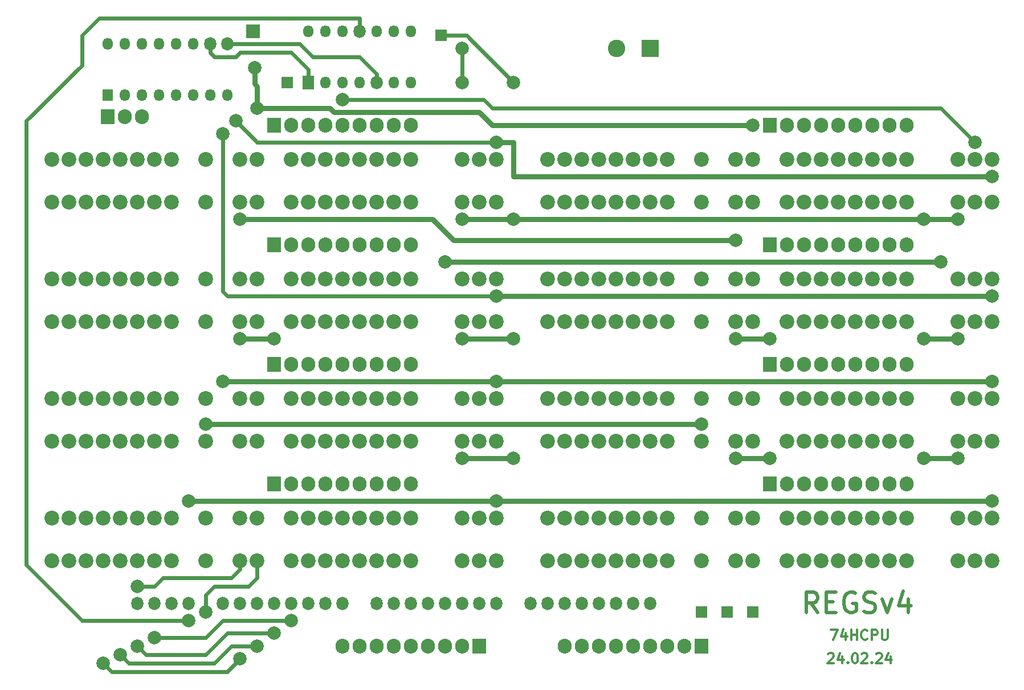
<source format=gbr>
%TF.GenerationSoftware,KiCad,Pcbnew,(5.1.8)-1*%
%TF.CreationDate,2024-02-24T18:38:04+03:00*%
%TF.ProjectId,Regs-v4,52656773-2d76-4342-9e6b-696361645f70,rev?*%
%TF.SameCoordinates,Original*%
%TF.FileFunction,Copper,L1,Top*%
%TF.FilePolarity,Positive*%
%FSLAX46Y46*%
G04 Gerber Fmt 4.6, Leading zero omitted, Abs format (unit mm)*
G04 Created by KiCad (PCBNEW (5.1.8)-1) date 2024-02-24 18:38:04*
%MOMM*%
%LPD*%
G01*
G04 APERTURE LIST*
%TA.AperFunction,NonConductor*%
%ADD10C,0.300000*%
%TD*%
%TA.AperFunction,NonConductor*%
%ADD11C,0.500000*%
%TD*%
%TA.AperFunction,ComponentPad*%
%ADD12C,2.200000*%
%TD*%
%TA.AperFunction,ComponentPad*%
%ADD13R,1.700000X1.700000*%
%TD*%
%TA.AperFunction,ComponentPad*%
%ADD14O,2.100000X2.200000*%
%TD*%
%TA.AperFunction,ComponentPad*%
%ADD15R,2.100000X2.200000*%
%TD*%
%TA.AperFunction,ComponentPad*%
%ADD16O,1.800000X2.000000*%
%TD*%
%TA.AperFunction,ComponentPad*%
%ADD17C,2.600000*%
%TD*%
%TA.AperFunction,ComponentPad*%
%ADD18R,2.600000X2.600000*%
%TD*%
%TA.AperFunction,ComponentPad*%
%ADD19O,1.500000X1.800000*%
%TD*%
%TA.AperFunction,ComponentPad*%
%ADD20R,1.800000X2.000000*%
%TD*%
%TA.AperFunction,ComponentPad*%
%ADD21R,1.500000X1.800000*%
%TD*%
%TA.AperFunction,ComponentPad*%
%ADD22R,2.000000X2.000000*%
%TD*%
%TA.AperFunction,ViaPad*%
%ADD23C,2.000000*%
%TD*%
%TA.AperFunction,Conductor*%
%ADD24C,0.600000*%
%TD*%
%TA.AperFunction,Conductor*%
%ADD25C,0.800000*%
%TD*%
G04 APERTURE END LIST*
D10*
X135620714Y-110446428D02*
X135692142Y-110375000D01*
X135835000Y-110303571D01*
X136192142Y-110303571D01*
X136335000Y-110375000D01*
X136406428Y-110446428D01*
X136477857Y-110589285D01*
X136477857Y-110732142D01*
X136406428Y-110946428D01*
X135549285Y-111803571D01*
X136477857Y-111803571D01*
X137763571Y-110803571D02*
X137763571Y-111803571D01*
X137406428Y-110232142D02*
X137049285Y-111303571D01*
X137977857Y-111303571D01*
X138549285Y-111660714D02*
X138620714Y-111732142D01*
X138549285Y-111803571D01*
X138477857Y-111732142D01*
X138549285Y-111660714D01*
X138549285Y-111803571D01*
X139549285Y-110303571D02*
X139692142Y-110303571D01*
X139835000Y-110375000D01*
X139906428Y-110446428D01*
X139977857Y-110589285D01*
X140049285Y-110875000D01*
X140049285Y-111232142D01*
X139977857Y-111517857D01*
X139906428Y-111660714D01*
X139835000Y-111732142D01*
X139692142Y-111803571D01*
X139549285Y-111803571D01*
X139406428Y-111732142D01*
X139335000Y-111660714D01*
X139263571Y-111517857D01*
X139192142Y-111232142D01*
X139192142Y-110875000D01*
X139263571Y-110589285D01*
X139335000Y-110446428D01*
X139406428Y-110375000D01*
X139549285Y-110303571D01*
X140620714Y-110446428D02*
X140692142Y-110375000D01*
X140835000Y-110303571D01*
X141192142Y-110303571D01*
X141335000Y-110375000D01*
X141406428Y-110446428D01*
X141477857Y-110589285D01*
X141477857Y-110732142D01*
X141406428Y-110946428D01*
X140549285Y-111803571D01*
X141477857Y-111803571D01*
X142120714Y-111660714D02*
X142192142Y-111732142D01*
X142120714Y-111803571D01*
X142049285Y-111732142D01*
X142120714Y-111660714D01*
X142120714Y-111803571D01*
X142763571Y-110446428D02*
X142835000Y-110375000D01*
X142977857Y-110303571D01*
X143335000Y-110303571D01*
X143477857Y-110375000D01*
X143549285Y-110446428D01*
X143620714Y-110589285D01*
X143620714Y-110732142D01*
X143549285Y-110946428D01*
X142692142Y-111803571D01*
X143620714Y-111803571D01*
X144906428Y-110803571D02*
X144906428Y-111803571D01*
X144549285Y-110232142D02*
X144192142Y-111303571D01*
X145120714Y-111303571D01*
D11*
X134088928Y-104227142D02*
X133088928Y-102798571D01*
X132374642Y-104227142D02*
X132374642Y-101227142D01*
X133517500Y-101227142D01*
X133803214Y-101370000D01*
X133946071Y-101512857D01*
X134088928Y-101798571D01*
X134088928Y-102227142D01*
X133946071Y-102512857D01*
X133803214Y-102655714D01*
X133517500Y-102798571D01*
X132374642Y-102798571D01*
X135374642Y-102655714D02*
X136374642Y-102655714D01*
X136803214Y-104227142D02*
X135374642Y-104227142D01*
X135374642Y-101227142D01*
X136803214Y-101227142D01*
X139660357Y-101370000D02*
X139374642Y-101227142D01*
X138946071Y-101227142D01*
X138517500Y-101370000D01*
X138231785Y-101655714D01*
X138088928Y-101941428D01*
X137946071Y-102512857D01*
X137946071Y-102941428D01*
X138088928Y-103512857D01*
X138231785Y-103798571D01*
X138517500Y-104084285D01*
X138946071Y-104227142D01*
X139231785Y-104227142D01*
X139660357Y-104084285D01*
X139803214Y-103941428D01*
X139803214Y-102941428D01*
X139231785Y-102941428D01*
X140946071Y-104084285D02*
X141374642Y-104227142D01*
X142088928Y-104227142D01*
X142374642Y-104084285D01*
X142517500Y-103941428D01*
X142660357Y-103655714D01*
X142660357Y-103370000D01*
X142517500Y-103084285D01*
X142374642Y-102941428D01*
X142088928Y-102798571D01*
X141517500Y-102655714D01*
X141231785Y-102512857D01*
X141088928Y-102370000D01*
X140946071Y-102084285D01*
X140946071Y-101798571D01*
X141088928Y-101512857D01*
X141231785Y-101370000D01*
X141517500Y-101227142D01*
X142231785Y-101227142D01*
X142660357Y-101370000D01*
X143660357Y-102227142D02*
X144374642Y-104227142D01*
X145088928Y-102227142D01*
X147517500Y-102227142D02*
X147517500Y-104227142D01*
X146803214Y-101084285D02*
X146088928Y-103227142D01*
X147946071Y-103227142D01*
D10*
X136049285Y-106811071D02*
X137049285Y-106811071D01*
X136406428Y-108311071D01*
X138263571Y-107311071D02*
X138263571Y-108311071D01*
X137906428Y-106739642D02*
X137549285Y-107811071D01*
X138477857Y-107811071D01*
X139049285Y-108311071D02*
X139049285Y-106811071D01*
X139049285Y-107525357D02*
X139906428Y-107525357D01*
X139906428Y-108311071D02*
X139906428Y-106811071D01*
X141477857Y-108168214D02*
X141406428Y-108239642D01*
X141192142Y-108311071D01*
X141049285Y-108311071D01*
X140835000Y-108239642D01*
X140692142Y-108096785D01*
X140620714Y-107953928D01*
X140549285Y-107668214D01*
X140549285Y-107453928D01*
X140620714Y-107168214D01*
X140692142Y-107025357D01*
X140835000Y-106882500D01*
X141049285Y-106811071D01*
X141192142Y-106811071D01*
X141406428Y-106882500D01*
X141477857Y-106953928D01*
X142120714Y-108311071D02*
X142120714Y-106811071D01*
X142692142Y-106811071D01*
X142835000Y-106882500D01*
X142906428Y-106953928D01*
X142977857Y-107096785D01*
X142977857Y-107311071D01*
X142906428Y-107453928D01*
X142835000Y-107525357D01*
X142692142Y-107596785D01*
X142120714Y-107596785D01*
X143620714Y-106811071D02*
X143620714Y-108025357D01*
X143692142Y-108168214D01*
X143763571Y-108239642D01*
X143906428Y-108311071D01*
X144192142Y-108311071D01*
X144335000Y-108239642D01*
X144406428Y-108168214D01*
X144477857Y-108025357D01*
X144477857Y-106811071D01*
D12*
%TO.P,U19,22*%
%TO.N,/~R3*%
X86360000Y-36830000D03*
%TO.P,U19,21*%
%TO.N,/~H*%
X83820000Y-36830000D03*
%TO.P,U19,20*%
%TO.N,/~Bank1*%
X81280000Y-36830000D03*
%TO.P,U19,19*%
%TO.N,/R7.7*%
X73660000Y-36830000D03*
%TO.P,U19,18*%
%TO.N,/R7.6*%
X71120000Y-36830000D03*
%TO.P,U19,17*%
%TO.N,/R7.5*%
X68580000Y-36830000D03*
%TO.P,U19,16*%
%TO.N,/R7.4*%
X66040000Y-36830000D03*
%TO.P,U19,15*%
%TO.N,/R7.3*%
X63500000Y-36830000D03*
%TO.P,U19,14*%
%TO.N,/R7.2*%
X60960000Y-36830000D03*
%TO.P,U19,13*%
%TO.N,/R7.1*%
X58420000Y-36830000D03*
%TO.P,U19,12*%
%TO.N,/R7.0*%
X55880000Y-36830000D03*
%TO.P,U19,11*%
%TO.N,VCC*%
X50800000Y-36830000D03*
%TO.P,U19,10*%
%TO.N,GND*%
X48260000Y-36830000D03*
%TO.P,U19,9*%
%TO.N,/~Res*%
X43180000Y-36830000D03*
%TO.P,U19,8*%
%TO.N,/H0*%
X38100000Y-36830000D03*
%TO.P,U19,7*%
%TO.N,/H1*%
X35560000Y-36830000D03*
%TO.P,U19,6*%
%TO.N,/H2*%
X33020000Y-36830000D03*
%TO.P,U19,5*%
%TO.N,/H3*%
X30480000Y-36830000D03*
%TO.P,U19,4*%
%TO.N,/H4*%
X27940000Y-36830000D03*
%TO.P,U19,3*%
%TO.N,/H5*%
X25400000Y-36830000D03*
%TO.P,U19,2*%
%TO.N,/H6*%
X22860000Y-36830000D03*
%TO.P,U19,1*%
%TO.N,/H7*%
X20320000Y-36830000D03*
%TD*%
%TO.P,U18,22*%
%TO.N,/~R3*%
X160020000Y-36830000D03*
%TO.P,U18,21*%
%TO.N,/~L*%
X157480000Y-36830000D03*
%TO.P,U18,20*%
%TO.N,/~Bank1*%
X154940000Y-36830000D03*
%TO.P,U18,19*%
%TO.N,/R6.7*%
X147320000Y-36830000D03*
%TO.P,U18,18*%
%TO.N,/R6.6*%
X144780000Y-36830000D03*
%TO.P,U18,17*%
%TO.N,/R6.5*%
X142240000Y-36830000D03*
%TO.P,U18,16*%
%TO.N,/R6.4*%
X139700000Y-36830000D03*
%TO.P,U18,15*%
%TO.N,/R6.3*%
X137160000Y-36830000D03*
%TO.P,U18,14*%
%TO.N,/R6.2*%
X134620000Y-36830000D03*
%TO.P,U18,13*%
%TO.N,/R6.1*%
X132080000Y-36830000D03*
%TO.P,U18,12*%
%TO.N,/R6.0*%
X129540000Y-36830000D03*
%TO.P,U18,11*%
%TO.N,VCC*%
X124460000Y-36830000D03*
%TO.P,U18,10*%
%TO.N,GND*%
X121920000Y-36830000D03*
%TO.P,U18,9*%
%TO.N,/~Res*%
X116840000Y-36830000D03*
%TO.P,U18,8*%
%TO.N,/L0*%
X111760000Y-36830000D03*
%TO.P,U18,7*%
%TO.N,/L1*%
X109220000Y-36830000D03*
%TO.P,U18,6*%
%TO.N,/L2*%
X106680000Y-36830000D03*
%TO.P,U18,5*%
%TO.N,/L3*%
X104140000Y-36830000D03*
%TO.P,U18,4*%
%TO.N,/L4*%
X101600000Y-36830000D03*
%TO.P,U18,3*%
%TO.N,/L5*%
X99060000Y-36830000D03*
%TO.P,U18,2*%
%TO.N,/L6*%
X96520000Y-36830000D03*
%TO.P,U18,1*%
%TO.N,/L7*%
X93980000Y-36830000D03*
%TD*%
%TO.P,U17,22*%
%TO.N,/~R2*%
X86360000Y-54610000D03*
%TO.P,U17,21*%
%TO.N,/~H*%
X83820000Y-54610000D03*
%TO.P,U17,20*%
%TO.N,/~Bank1*%
X81280000Y-54610000D03*
%TO.P,U17,19*%
%TO.N,/R5.7*%
X73660000Y-54610000D03*
%TO.P,U17,18*%
%TO.N,/R5.6*%
X71120000Y-54610000D03*
%TO.P,U17,17*%
%TO.N,/R5.5*%
X68580000Y-54610000D03*
%TO.P,U17,16*%
%TO.N,/R5.4*%
X66040000Y-54610000D03*
%TO.P,U17,15*%
%TO.N,/R5.3*%
X63500000Y-54610000D03*
%TO.P,U17,14*%
%TO.N,/R5.2*%
X60960000Y-54610000D03*
%TO.P,U17,13*%
%TO.N,/R5.1*%
X58420000Y-54610000D03*
%TO.P,U17,12*%
%TO.N,/R5.0*%
X55880000Y-54610000D03*
%TO.P,U17,11*%
%TO.N,VCC*%
X50800000Y-54610000D03*
%TO.P,U17,10*%
%TO.N,GND*%
X48260000Y-54610000D03*
%TO.P,U17,9*%
%TO.N,/~Res*%
X43180000Y-54610000D03*
%TO.P,U17,8*%
%TO.N,/H0*%
X38100000Y-54610000D03*
%TO.P,U17,7*%
%TO.N,/H1*%
X35560000Y-54610000D03*
%TO.P,U17,6*%
%TO.N,/H2*%
X33020000Y-54610000D03*
%TO.P,U17,5*%
%TO.N,/H3*%
X30480000Y-54610000D03*
%TO.P,U17,4*%
%TO.N,/H4*%
X27940000Y-54610000D03*
%TO.P,U17,3*%
%TO.N,/H5*%
X25400000Y-54610000D03*
%TO.P,U17,2*%
%TO.N,/H6*%
X22860000Y-54610000D03*
%TO.P,U17,1*%
%TO.N,/H7*%
X20320000Y-54610000D03*
%TD*%
%TO.P,U16,22*%
%TO.N,/~R2*%
X160020000Y-54610000D03*
%TO.P,U16,21*%
%TO.N,/~L*%
X157480000Y-54610000D03*
%TO.P,U16,20*%
%TO.N,/~Bank1*%
X154940000Y-54610000D03*
%TO.P,U16,19*%
%TO.N,/R4.7*%
X147320000Y-54610000D03*
%TO.P,U16,18*%
%TO.N,/R4.6*%
X144780000Y-54610000D03*
%TO.P,U16,17*%
%TO.N,/R4.5*%
X142240000Y-54610000D03*
%TO.P,U16,16*%
%TO.N,/R4.4*%
X139700000Y-54610000D03*
%TO.P,U16,15*%
%TO.N,/R4.3*%
X137160000Y-54610000D03*
%TO.P,U16,14*%
%TO.N,/R4.2*%
X134620000Y-54610000D03*
%TO.P,U16,13*%
%TO.N,/R4.1*%
X132080000Y-54610000D03*
%TO.P,U16,12*%
%TO.N,/R4.0*%
X129540000Y-54610000D03*
%TO.P,U16,11*%
%TO.N,VCC*%
X124460000Y-54610000D03*
%TO.P,U16,10*%
%TO.N,GND*%
X121920000Y-54610000D03*
%TO.P,U16,9*%
%TO.N,/~Res*%
X116840000Y-54610000D03*
%TO.P,U16,8*%
%TO.N,/L0*%
X111760000Y-54610000D03*
%TO.P,U16,7*%
%TO.N,/L1*%
X109220000Y-54610000D03*
%TO.P,U16,6*%
%TO.N,/L2*%
X106680000Y-54610000D03*
%TO.P,U16,5*%
%TO.N,/L3*%
X104140000Y-54610000D03*
%TO.P,U16,4*%
%TO.N,/L4*%
X101600000Y-54610000D03*
%TO.P,U16,3*%
%TO.N,/L5*%
X99060000Y-54610000D03*
%TO.P,U16,2*%
%TO.N,/L6*%
X96520000Y-54610000D03*
%TO.P,U16,1*%
%TO.N,/L7*%
X93980000Y-54610000D03*
%TD*%
%TO.P,U12,22*%
%TO.N,/~R1*%
X86360000Y-72390000D03*
%TO.P,U12,21*%
%TO.N,/~H*%
X83820000Y-72390000D03*
%TO.P,U12,20*%
%TO.N,/~Bank1*%
X81280000Y-72390000D03*
%TO.P,U12,19*%
%TO.N,/R3.7*%
X73660000Y-72390000D03*
%TO.P,U12,18*%
%TO.N,/R3.6*%
X71120000Y-72390000D03*
%TO.P,U12,17*%
%TO.N,/R3.5*%
X68580000Y-72390000D03*
%TO.P,U12,16*%
%TO.N,/R3.4*%
X66040000Y-72390000D03*
%TO.P,U12,15*%
%TO.N,/R3.3*%
X63500000Y-72390000D03*
%TO.P,U12,14*%
%TO.N,/R3.2*%
X60960000Y-72390000D03*
%TO.P,U12,13*%
%TO.N,/R3.1*%
X58420000Y-72390000D03*
%TO.P,U12,12*%
%TO.N,/R3.0*%
X55880000Y-72390000D03*
%TO.P,U12,11*%
%TO.N,VCC*%
X50800000Y-72390000D03*
%TO.P,U12,10*%
%TO.N,GND*%
X48260000Y-72390000D03*
%TO.P,U12,9*%
%TO.N,/~Res*%
X43180000Y-72390000D03*
%TO.P,U12,8*%
%TO.N,/H0*%
X38100000Y-72390000D03*
%TO.P,U12,7*%
%TO.N,/H1*%
X35560000Y-72390000D03*
%TO.P,U12,6*%
%TO.N,/H2*%
X33020000Y-72390000D03*
%TO.P,U12,5*%
%TO.N,/H3*%
X30480000Y-72390000D03*
%TO.P,U12,4*%
%TO.N,/H4*%
X27940000Y-72390000D03*
%TO.P,U12,3*%
%TO.N,/H5*%
X25400000Y-72390000D03*
%TO.P,U12,2*%
%TO.N,/H6*%
X22860000Y-72390000D03*
%TO.P,U12,1*%
%TO.N,/H7*%
X20320000Y-72390000D03*
%TD*%
%TO.P,U11,22*%
%TO.N,/~R1*%
X160020000Y-72390000D03*
%TO.P,U11,21*%
%TO.N,/~L*%
X157480000Y-72390000D03*
%TO.P,U11,20*%
%TO.N,/~Bank1*%
X154940000Y-72390000D03*
%TO.P,U11,19*%
%TO.N,/R2.7*%
X147320000Y-72390000D03*
%TO.P,U11,18*%
%TO.N,/R2.6*%
X144780000Y-72390000D03*
%TO.P,U11,17*%
%TO.N,/R2.5*%
X142240000Y-72390000D03*
%TO.P,U11,16*%
%TO.N,/R2.4*%
X139700000Y-72390000D03*
%TO.P,U11,15*%
%TO.N,/R2.3*%
X137160000Y-72390000D03*
%TO.P,U11,14*%
%TO.N,/R2.2*%
X134620000Y-72390000D03*
%TO.P,U11,13*%
%TO.N,/R2.1*%
X132080000Y-72390000D03*
%TO.P,U11,12*%
%TO.N,/R2.0*%
X129540000Y-72390000D03*
%TO.P,U11,11*%
%TO.N,VCC*%
X124460000Y-72390000D03*
%TO.P,U11,10*%
%TO.N,GND*%
X121920000Y-72390000D03*
%TO.P,U11,9*%
%TO.N,/~Res*%
X116840000Y-72390000D03*
%TO.P,U11,8*%
%TO.N,/L0*%
X111760000Y-72390000D03*
%TO.P,U11,7*%
%TO.N,/L1*%
X109220000Y-72390000D03*
%TO.P,U11,6*%
%TO.N,/L2*%
X106680000Y-72390000D03*
%TO.P,U11,5*%
%TO.N,/L3*%
X104140000Y-72390000D03*
%TO.P,U11,4*%
%TO.N,/L4*%
X101600000Y-72390000D03*
%TO.P,U11,3*%
%TO.N,/L5*%
X99060000Y-72390000D03*
%TO.P,U11,2*%
%TO.N,/L6*%
X96520000Y-72390000D03*
%TO.P,U11,1*%
%TO.N,/L7*%
X93980000Y-72390000D03*
%TD*%
%TO.P,U10,22*%
%TO.N,/~R0*%
X86360000Y-90170000D03*
%TO.P,U10,21*%
%TO.N,/~H*%
X83820000Y-90170000D03*
%TO.P,U10,20*%
%TO.N,/~Bank1*%
X81280000Y-90170000D03*
%TO.P,U10,19*%
%TO.N,/R1.7*%
X73660000Y-90170000D03*
%TO.P,U10,18*%
%TO.N,/R1.6*%
X71120000Y-90170000D03*
%TO.P,U10,17*%
%TO.N,/R1.5*%
X68580000Y-90170000D03*
%TO.P,U10,16*%
%TO.N,/R1.4*%
X66040000Y-90170000D03*
%TO.P,U10,15*%
%TO.N,/R1.3*%
X63500000Y-90170000D03*
%TO.P,U10,14*%
%TO.N,/R1.2*%
X60960000Y-90170000D03*
%TO.P,U10,13*%
%TO.N,/R1.1*%
X58420000Y-90170000D03*
%TO.P,U10,12*%
%TO.N,/R1.0*%
X55880000Y-90170000D03*
%TO.P,U10,11*%
%TO.N,VCC*%
X50800000Y-90170000D03*
%TO.P,U10,10*%
%TO.N,GND*%
X48260000Y-90170000D03*
%TO.P,U10,9*%
%TO.N,/~Res*%
X43180000Y-90170000D03*
%TO.P,U10,8*%
%TO.N,/H0*%
X38100000Y-90170000D03*
%TO.P,U10,7*%
%TO.N,/H1*%
X35560000Y-90170000D03*
%TO.P,U10,6*%
%TO.N,/H2*%
X33020000Y-90170000D03*
%TO.P,U10,5*%
%TO.N,/H3*%
X30480000Y-90170000D03*
%TO.P,U10,4*%
%TO.N,/H4*%
X27940000Y-90170000D03*
%TO.P,U10,3*%
%TO.N,/H5*%
X25400000Y-90170000D03*
%TO.P,U10,2*%
%TO.N,/H6*%
X22860000Y-90170000D03*
%TO.P,U10,1*%
%TO.N,/H7*%
X20320000Y-90170000D03*
%TD*%
%TO.P,U9,22*%
%TO.N,/~R0*%
X160020000Y-90170000D03*
%TO.P,U9,21*%
%TO.N,/~L*%
X157480000Y-90170000D03*
%TO.P,U9,20*%
%TO.N,/~Bank1*%
X154940000Y-90170000D03*
%TO.P,U9,19*%
%TO.N,/R0.7*%
X147320000Y-90170000D03*
%TO.P,U9,18*%
%TO.N,/R0.6*%
X144780000Y-90170000D03*
%TO.P,U9,17*%
%TO.N,/R0.5*%
X142240000Y-90170000D03*
%TO.P,U9,16*%
%TO.N,/R0.4*%
X139700000Y-90170000D03*
%TO.P,U9,15*%
%TO.N,/R0.3*%
X137160000Y-90170000D03*
%TO.P,U9,14*%
%TO.N,/R0.2*%
X134620000Y-90170000D03*
%TO.P,U9,13*%
%TO.N,/R0.1*%
X132080000Y-90170000D03*
%TO.P,U9,12*%
%TO.N,/R0.0*%
X129540000Y-90170000D03*
%TO.P,U9,11*%
%TO.N,VCC*%
X124460000Y-90170000D03*
%TO.P,U9,10*%
%TO.N,GND*%
X121920000Y-90170000D03*
%TO.P,U9,9*%
%TO.N,/~Res*%
X116840000Y-90170000D03*
%TO.P,U9,8*%
%TO.N,/L0*%
X111760000Y-90170000D03*
%TO.P,U9,7*%
%TO.N,/L1*%
X109220000Y-90170000D03*
%TO.P,U9,6*%
%TO.N,/L2*%
X106680000Y-90170000D03*
%TO.P,U9,5*%
%TO.N,/L3*%
X104140000Y-90170000D03*
%TO.P,U9,4*%
%TO.N,/L4*%
X101600000Y-90170000D03*
%TO.P,U9,3*%
%TO.N,/L5*%
X99060000Y-90170000D03*
%TO.P,U9,2*%
%TO.N,/L6*%
X96520000Y-90170000D03*
%TO.P,U9,1*%
%TO.N,/L7*%
X93980000Y-90170000D03*
%TD*%
D13*
%TO.P,J20,1*%
%TO.N,/~Res*%
X124460000Y-104140000D03*
%TD*%
%TO.P,J19,1*%
%TO.N,/~Res*%
X120650000Y-104140000D03*
%TD*%
D14*
%TO.P,J18,9*%
%TO.N,/ALU_H7*%
X63500000Y-109220000D03*
%TO.P,J18,8*%
%TO.N,Net-(J18-Pad8)*%
X66040000Y-109220000D03*
%TO.P,J18,7*%
%TO.N,Net-(J18-Pad7)*%
X68580000Y-109220000D03*
%TO.P,J18,6*%
%TO.N,Net-(J18-Pad6)*%
X71120000Y-109220000D03*
%TO.P,J18,5*%
%TO.N,Net-(J18-Pad5)*%
X73660000Y-109220000D03*
%TO.P,J18,4*%
%TO.N,Net-(J18-Pad4)*%
X76200000Y-109220000D03*
%TO.P,J18,3*%
%TO.N,Net-(J18-Pad3)*%
X78740000Y-109220000D03*
%TO.P,J18,2*%
%TO.N,/ALU_H0*%
X81280000Y-109220000D03*
D15*
%TO.P,J18,1*%
%TO.N,GND*%
X83820000Y-109220000D03*
%TD*%
D14*
%TO.P,J17,9*%
%TO.N,/L7*%
X96520000Y-109220000D03*
%TO.P,J17,8*%
%TO.N,/L6*%
X99060000Y-109220000D03*
%TO.P,J17,7*%
%TO.N,/L5*%
X101600000Y-109220000D03*
%TO.P,J17,6*%
%TO.N,/L4*%
X104140000Y-109220000D03*
%TO.P,J17,5*%
%TO.N,/L3*%
X106680000Y-109220000D03*
%TO.P,J17,4*%
%TO.N,/L2*%
X109220000Y-109220000D03*
%TO.P,J17,3*%
%TO.N,/L1*%
X111760000Y-109220000D03*
%TO.P,J17,2*%
%TO.N,/L0*%
X114300000Y-109220000D03*
D15*
%TO.P,J17,1*%
%TO.N,GND*%
X116840000Y-109220000D03*
%TD*%
D16*
%TO.P,U15,28*%
%TO.N,GND*%
X33020000Y-102870000D03*
%TO.P,U15,27*%
X35560000Y-102870000D03*
%TO.P,U15,26*%
%TO.N,VCC*%
X38100000Y-102870000D03*
%TO.P,U15,25*%
%TO.N,Net-(U14-Pad11)*%
X40640000Y-102870000D03*
%TO.P,U15,24*%
%TO.N,/H7*%
X45720000Y-102870000D03*
%TO.P,U15,23*%
%TO.N,/H6*%
X48260000Y-102870000D03*
%TO.P,U15,22*%
%TO.N,/H5*%
X50800000Y-102870000D03*
%TO.P,U15,21*%
%TO.N,/H4*%
X53340000Y-102870000D03*
%TO.P,U15,20*%
%TO.N,/H3*%
X55880000Y-102870000D03*
%TO.P,U15,19*%
%TO.N,/H2*%
X58420000Y-102870000D03*
%TO.P,U15,18*%
%TO.N,/H1*%
X60960000Y-102870000D03*
%TO.P,U15,17*%
%TO.N,/H0*%
X63500000Y-102870000D03*
%TO.P,U15,16*%
%TO.N,/ALU_H7*%
X68580000Y-102870000D03*
%TO.P,U15,15*%
%TO.N,Net-(J18-Pad8)*%
X71120000Y-102870000D03*
%TO.P,U15,14*%
%TO.N,Net-(J18-Pad7)*%
X73660000Y-102870000D03*
%TO.P,U15,13*%
%TO.N,Net-(J18-Pad6)*%
X76200000Y-102870000D03*
%TO.P,U15,12*%
%TO.N,Net-(J18-Pad5)*%
X78740000Y-102870000D03*
%TO.P,U15,11*%
%TO.N,Net-(J18-Pad4)*%
X81280000Y-102870000D03*
%TO.P,U15,10*%
%TO.N,Net-(J18-Pad3)*%
X83820000Y-102870000D03*
%TO.P,U15,9*%
%TO.N,/ALU_H0*%
X86360000Y-102870000D03*
%TO.P,U15,8*%
%TO.N,/L7*%
X91440000Y-102870000D03*
%TO.P,U15,7*%
%TO.N,/L6*%
X93980000Y-102870000D03*
%TO.P,U15,6*%
%TO.N,/L5*%
X96520000Y-102870000D03*
%TO.P,U15,5*%
%TO.N,/L4*%
X99060000Y-102870000D03*
%TO.P,U15,4*%
%TO.N,/L3*%
X101600000Y-102870000D03*
%TO.P,U15,3*%
%TO.N,/L2*%
X104140000Y-102870000D03*
%TO.P,U15,2*%
%TO.N,/L1*%
X106680000Y-102870000D03*
%TO.P,U15,1*%
%TO.N,/L0*%
X109220000Y-102870000D03*
%TD*%
D17*
%TO.P,J16,2*%
%TO.N,GND*%
X104220000Y-20320000D03*
D18*
%TO.P,J16,1*%
%TO.N,Net-(J16-Pad1)*%
X109220000Y-20320000D03*
%TD*%
D19*
%TO.P,U14,14*%
%TO.N,VCC*%
X58420000Y-17780000D03*
%TO.P,U14,7*%
%TO.N,GND*%
X73660000Y-25400000D03*
%TO.P,U14,13*%
%TO.N,/~MUL*%
X60960000Y-17780000D03*
%TO.P,U14,6*%
%TO.N,/~H*%
X71120000Y-25400000D03*
%TO.P,U14,12*%
%TO.N,/~MUL*%
X63500000Y-17780000D03*
D16*
%TO.P,U14,5*%
%TO.N,Net-(U13-Pad9)*%
X68580000Y-25400000D03*
%TO.P,U14,11*%
%TO.N,Net-(U14-Pad11)*%
X66040000Y-17780000D03*
D19*
%TO.P,U14,4*%
%TO.N,/Latch*%
X66040000Y-25400000D03*
%TO.P,U14,10*%
%TO.N,/~Bank0*%
X68580000Y-17780000D03*
%TO.P,U14,3*%
%TO.N,/~L*%
X63500000Y-25400000D03*
%TO.P,U14,9*%
%TO.N,/~Bank0*%
X71120000Y-17780000D03*
%TO.P,U14,2*%
%TO.N,/Latch*%
X60960000Y-25400000D03*
%TO.P,U14,8*%
%TO.N,/~Bank1*%
X73660000Y-17780000D03*
D20*
%TO.P,U14,1*%
%TO.N,Net-(U13-Pad10)*%
X58420000Y-25400000D03*
%TD*%
D19*
%TO.P,U13,16*%
%TO.N,VCC*%
X28575000Y-19685000D03*
%TO.P,U13,8*%
%TO.N,GND*%
X46355000Y-27305000D03*
%TO.P,U13,15*%
X31115000Y-19685000D03*
%TO.P,U13,7*%
%TO.N,/~R3*%
X43815000Y-27305000D03*
%TO.P,U13,14*%
%TO.N,/DST[0]*%
X33655000Y-19685000D03*
%TO.P,U13,6*%
%TO.N,/~R2*%
X41275000Y-27305000D03*
%TO.P,U13,13*%
%TO.N,/~MUL*%
X36195000Y-19685000D03*
%TO.P,U13,5*%
%TO.N,/~R1*%
X38735000Y-27305000D03*
%TO.P,U13,12*%
%TO.N,Net-(U13-Pad12)*%
X38735000Y-19685000D03*
%TO.P,U13,4*%
%TO.N,/~R0*%
X36195000Y-27305000D03*
%TO.P,U13,11*%
%TO.N,Net-(U13-Pad11)*%
X41275000Y-19685000D03*
%TO.P,U13,3*%
%TO.N,/DST[2]*%
X33655000Y-27305000D03*
D16*
%TO.P,U13,10*%
%TO.N,Net-(U13-Pad10)*%
X43815000Y-19685000D03*
D19*
%TO.P,U13,2*%
%TO.N,/DST[1]*%
X31115000Y-27305000D03*
D16*
%TO.P,U13,9*%
%TO.N,Net-(U13-Pad9)*%
X46355000Y-19685000D03*
D21*
%TO.P,U13,1*%
%TO.N,GND*%
X28575000Y-27305000D03*
%TD*%
D13*
%TO.P,J15,1*%
%TO.N,/Latch*%
X55245000Y-25400000D03*
%TD*%
%TO.P,J14,1*%
%TO.N,/~Bank0*%
X78105000Y-18415000D03*
%TD*%
%TO.P,J13,1*%
%TO.N,/~Res*%
X116840000Y-104140000D03*
%TD*%
D22*
%TO.P,J12,1*%
%TO.N,/~MUL*%
X50165000Y-17780000D03*
%TD*%
D14*
%TO.P,J11,3*%
%TO.N,/DST[2]*%
X33655000Y-30480000D03*
%TO.P,J11,2*%
%TO.N,/DST[1]*%
X31115000Y-30480000D03*
D15*
%TO.P,J11,1*%
%TO.N,/DST[0]*%
X28575000Y-30480000D03*
%TD*%
D14*
%TO.P,J8,9*%
%TO.N,/R7.7*%
X73660000Y-31750000D03*
%TO.P,J8,8*%
%TO.N,/R7.6*%
X71120000Y-31750000D03*
%TO.P,J8,7*%
%TO.N,/R7.5*%
X68580000Y-31750000D03*
%TO.P,J8,6*%
%TO.N,/R7.4*%
X66040000Y-31750000D03*
%TO.P,J8,5*%
%TO.N,/R7.3*%
X63500000Y-31750000D03*
%TO.P,J8,4*%
%TO.N,/R7.2*%
X60960000Y-31750000D03*
%TO.P,J8,3*%
%TO.N,/R7.1*%
X58420000Y-31750000D03*
%TO.P,J8,2*%
%TO.N,/R7.0*%
X55880000Y-31750000D03*
D15*
%TO.P,J8,1*%
%TO.N,GND*%
X53340000Y-31750000D03*
%TD*%
D14*
%TO.P,J7,9*%
%TO.N,/R6.7*%
X147320000Y-31750000D03*
%TO.P,J7,8*%
%TO.N,/R6.6*%
X144780000Y-31750000D03*
%TO.P,J7,7*%
%TO.N,/R6.5*%
X142240000Y-31750000D03*
%TO.P,J7,6*%
%TO.N,/R6.4*%
X139700000Y-31750000D03*
%TO.P,J7,5*%
%TO.N,/R6.3*%
X137160000Y-31750000D03*
%TO.P,J7,4*%
%TO.N,/R6.2*%
X134620000Y-31750000D03*
%TO.P,J7,3*%
%TO.N,/R6.1*%
X132080000Y-31750000D03*
%TO.P,J7,2*%
%TO.N,/R6.0*%
X129540000Y-31750000D03*
D15*
%TO.P,J7,1*%
%TO.N,GND*%
X127000000Y-31750000D03*
%TD*%
D14*
%TO.P,J6,9*%
%TO.N,/R5.7*%
X73660000Y-49530000D03*
%TO.P,J6,8*%
%TO.N,/R5.6*%
X71120000Y-49530000D03*
%TO.P,J6,7*%
%TO.N,/R5.5*%
X68580000Y-49530000D03*
%TO.P,J6,6*%
%TO.N,/R5.4*%
X66040000Y-49530000D03*
%TO.P,J6,5*%
%TO.N,/R5.3*%
X63500000Y-49530000D03*
%TO.P,J6,4*%
%TO.N,/R5.2*%
X60960000Y-49530000D03*
%TO.P,J6,3*%
%TO.N,/R5.1*%
X58420000Y-49530000D03*
%TO.P,J6,2*%
%TO.N,/R5.0*%
X55880000Y-49530000D03*
D15*
%TO.P,J6,1*%
%TO.N,GND*%
X53340000Y-49530000D03*
%TD*%
D14*
%TO.P,J5,9*%
%TO.N,/R4.7*%
X147320000Y-49530000D03*
%TO.P,J5,8*%
%TO.N,/R4.6*%
X144780000Y-49530000D03*
%TO.P,J5,7*%
%TO.N,/R4.5*%
X142240000Y-49530000D03*
%TO.P,J5,6*%
%TO.N,/R4.4*%
X139700000Y-49530000D03*
%TO.P,J5,5*%
%TO.N,/R4.3*%
X137160000Y-49530000D03*
%TO.P,J5,4*%
%TO.N,/R4.2*%
X134620000Y-49530000D03*
%TO.P,J5,3*%
%TO.N,/R4.1*%
X132080000Y-49530000D03*
%TO.P,J5,2*%
%TO.N,/R4.0*%
X129540000Y-49530000D03*
D15*
%TO.P,J5,1*%
%TO.N,GND*%
X127000000Y-49530000D03*
%TD*%
D14*
%TO.P,J4,9*%
%TO.N,/R3.7*%
X73660000Y-67310000D03*
%TO.P,J4,8*%
%TO.N,/R3.6*%
X71120000Y-67310000D03*
%TO.P,J4,7*%
%TO.N,/R3.5*%
X68580000Y-67310000D03*
%TO.P,J4,6*%
%TO.N,/R3.4*%
X66040000Y-67310000D03*
%TO.P,J4,5*%
%TO.N,/R3.3*%
X63500000Y-67310000D03*
%TO.P,J4,4*%
%TO.N,/R3.2*%
X60960000Y-67310000D03*
%TO.P,J4,3*%
%TO.N,/R3.1*%
X58420000Y-67310000D03*
%TO.P,J4,2*%
%TO.N,/R3.0*%
X55880000Y-67310000D03*
D15*
%TO.P,J4,1*%
%TO.N,GND*%
X53340000Y-67310000D03*
%TD*%
D14*
%TO.P,J3,9*%
%TO.N,/R2.7*%
X147320000Y-67310000D03*
%TO.P,J3,8*%
%TO.N,/R2.6*%
X144780000Y-67310000D03*
%TO.P,J3,7*%
%TO.N,/R2.5*%
X142240000Y-67310000D03*
%TO.P,J3,6*%
%TO.N,/R2.4*%
X139700000Y-67310000D03*
%TO.P,J3,5*%
%TO.N,/R2.3*%
X137160000Y-67310000D03*
%TO.P,J3,4*%
%TO.N,/R2.2*%
X134620000Y-67310000D03*
%TO.P,J3,3*%
%TO.N,/R2.1*%
X132080000Y-67310000D03*
%TO.P,J3,2*%
%TO.N,/R2.0*%
X129540000Y-67310000D03*
D15*
%TO.P,J3,1*%
%TO.N,GND*%
X127000000Y-67310000D03*
%TD*%
D14*
%TO.P,J2,9*%
%TO.N,/R1.7*%
X73660000Y-85090000D03*
%TO.P,J2,8*%
%TO.N,/R1.6*%
X71120000Y-85090000D03*
%TO.P,J2,7*%
%TO.N,/R1.5*%
X68580000Y-85090000D03*
%TO.P,J2,6*%
%TO.N,/R1.4*%
X66040000Y-85090000D03*
%TO.P,J2,5*%
%TO.N,/R1.3*%
X63500000Y-85090000D03*
%TO.P,J2,4*%
%TO.N,/R1.2*%
X60960000Y-85090000D03*
%TO.P,J2,3*%
%TO.N,/R1.1*%
X58420000Y-85090000D03*
%TO.P,J2,2*%
%TO.N,/R1.0*%
X55880000Y-85090000D03*
D15*
%TO.P,J2,1*%
%TO.N,GND*%
X53340000Y-85090000D03*
%TD*%
D14*
%TO.P,J1,9*%
%TO.N,/R0.7*%
X147320000Y-85090000D03*
%TO.P,J1,8*%
%TO.N,/R0.6*%
X144780000Y-85090000D03*
%TO.P,J1,7*%
%TO.N,/R0.5*%
X142240000Y-85090000D03*
%TO.P,J1,6*%
%TO.N,/R0.4*%
X139700000Y-85090000D03*
%TO.P,J1,5*%
%TO.N,/R0.3*%
X137160000Y-85090000D03*
%TO.P,J1,4*%
%TO.N,/R0.2*%
X134620000Y-85090000D03*
%TO.P,J1,3*%
%TO.N,/R0.1*%
X132080000Y-85090000D03*
%TO.P,J1,2*%
%TO.N,/R0.0*%
X129540000Y-85090000D03*
D15*
%TO.P,J1,1*%
%TO.N,GND*%
X127000000Y-85090000D03*
%TD*%
D12*
%TO.P,U1,22*%
%TO.N,/~R0*%
X160020000Y-96520000D03*
%TO.P,U1,21*%
%TO.N,/~L*%
X157480000Y-96520000D03*
%TO.P,U1,20*%
%TO.N,/~Bank0*%
X154940000Y-96520000D03*
%TO.P,U1,19*%
%TO.N,/R0.7*%
X147320000Y-96520000D03*
%TO.P,U1,18*%
%TO.N,/R0.6*%
X144780000Y-96520000D03*
%TO.P,U1,17*%
%TO.N,/R0.5*%
X142240000Y-96520000D03*
%TO.P,U1,16*%
%TO.N,/R0.4*%
X139700000Y-96520000D03*
%TO.P,U1,15*%
%TO.N,/R0.3*%
X137160000Y-96520000D03*
%TO.P,U1,14*%
%TO.N,/R0.2*%
X134620000Y-96520000D03*
%TO.P,U1,13*%
%TO.N,/R0.1*%
X132080000Y-96520000D03*
%TO.P,U1,12*%
%TO.N,/R0.0*%
X129540000Y-96520000D03*
%TO.P,U1,11*%
%TO.N,VCC*%
X124460000Y-96520000D03*
%TO.P,U1,10*%
%TO.N,GND*%
X121920000Y-96520000D03*
%TO.P,U1,9*%
%TO.N,/~Res*%
X116840000Y-96520000D03*
%TO.P,U1,8*%
%TO.N,/L0*%
X111760000Y-96520000D03*
%TO.P,U1,7*%
%TO.N,/L1*%
X109220000Y-96520000D03*
%TO.P,U1,6*%
%TO.N,/L2*%
X106680000Y-96520000D03*
%TO.P,U1,5*%
%TO.N,/L3*%
X104140000Y-96520000D03*
%TO.P,U1,4*%
%TO.N,/L4*%
X101600000Y-96520000D03*
%TO.P,U1,3*%
%TO.N,/L5*%
X99060000Y-96520000D03*
%TO.P,U1,2*%
%TO.N,/L6*%
X96520000Y-96520000D03*
%TO.P,U1,1*%
%TO.N,/L7*%
X93980000Y-96520000D03*
%TD*%
%TO.P,U8,22*%
%TO.N,/~R3*%
X86360000Y-43180000D03*
%TO.P,U8,21*%
%TO.N,/~H*%
X83820000Y-43180000D03*
%TO.P,U8,20*%
%TO.N,/~Bank0*%
X81280000Y-43180000D03*
%TO.P,U8,19*%
%TO.N,/R7.7*%
X73660000Y-43180000D03*
%TO.P,U8,18*%
%TO.N,/R7.6*%
X71120000Y-43180000D03*
%TO.P,U8,17*%
%TO.N,/R7.5*%
X68580000Y-43180000D03*
%TO.P,U8,16*%
%TO.N,/R7.4*%
X66040000Y-43180000D03*
%TO.P,U8,15*%
%TO.N,/R7.3*%
X63500000Y-43180000D03*
%TO.P,U8,14*%
%TO.N,/R7.2*%
X60960000Y-43180000D03*
%TO.P,U8,13*%
%TO.N,/R7.1*%
X58420000Y-43180000D03*
%TO.P,U8,12*%
%TO.N,/R7.0*%
X55880000Y-43180000D03*
%TO.P,U8,11*%
%TO.N,VCC*%
X50800000Y-43180000D03*
%TO.P,U8,10*%
%TO.N,GND*%
X48260000Y-43180000D03*
%TO.P,U8,9*%
%TO.N,/~Res*%
X43180000Y-43180000D03*
%TO.P,U8,8*%
%TO.N,/H0*%
X38100000Y-43180000D03*
%TO.P,U8,7*%
%TO.N,/H1*%
X35560000Y-43180000D03*
%TO.P,U8,6*%
%TO.N,/H2*%
X33020000Y-43180000D03*
%TO.P,U8,5*%
%TO.N,/H3*%
X30480000Y-43180000D03*
%TO.P,U8,4*%
%TO.N,/H4*%
X27940000Y-43180000D03*
%TO.P,U8,3*%
%TO.N,/H5*%
X25400000Y-43180000D03*
%TO.P,U8,2*%
%TO.N,/H6*%
X22860000Y-43180000D03*
%TO.P,U8,1*%
%TO.N,/H7*%
X20320000Y-43180000D03*
%TD*%
%TO.P,U6,22*%
%TO.N,/~R2*%
X86360000Y-60960000D03*
%TO.P,U6,21*%
%TO.N,/~H*%
X83820000Y-60960000D03*
%TO.P,U6,20*%
%TO.N,/~Bank0*%
X81280000Y-60960000D03*
%TO.P,U6,19*%
%TO.N,/R5.7*%
X73660000Y-60960000D03*
%TO.P,U6,18*%
%TO.N,/R5.6*%
X71120000Y-60960000D03*
%TO.P,U6,17*%
%TO.N,/R5.5*%
X68580000Y-60960000D03*
%TO.P,U6,16*%
%TO.N,/R5.4*%
X66040000Y-60960000D03*
%TO.P,U6,15*%
%TO.N,/R5.3*%
X63500000Y-60960000D03*
%TO.P,U6,14*%
%TO.N,/R5.2*%
X60960000Y-60960000D03*
%TO.P,U6,13*%
%TO.N,/R5.1*%
X58420000Y-60960000D03*
%TO.P,U6,12*%
%TO.N,/R5.0*%
X55880000Y-60960000D03*
%TO.P,U6,11*%
%TO.N,VCC*%
X50800000Y-60960000D03*
%TO.P,U6,10*%
%TO.N,GND*%
X48260000Y-60960000D03*
%TO.P,U6,9*%
%TO.N,/~Res*%
X43180000Y-60960000D03*
%TO.P,U6,8*%
%TO.N,/H0*%
X38100000Y-60960000D03*
%TO.P,U6,7*%
%TO.N,/H1*%
X35560000Y-60960000D03*
%TO.P,U6,6*%
%TO.N,/H2*%
X33020000Y-60960000D03*
%TO.P,U6,5*%
%TO.N,/H3*%
X30480000Y-60960000D03*
%TO.P,U6,4*%
%TO.N,/H4*%
X27940000Y-60960000D03*
%TO.P,U6,3*%
%TO.N,/H5*%
X25400000Y-60960000D03*
%TO.P,U6,2*%
%TO.N,/H6*%
X22860000Y-60960000D03*
%TO.P,U6,1*%
%TO.N,/H7*%
X20320000Y-60960000D03*
%TD*%
%TO.P,U4,22*%
%TO.N,/~R1*%
X86360000Y-78740000D03*
%TO.P,U4,21*%
%TO.N,/~H*%
X83820000Y-78740000D03*
%TO.P,U4,20*%
%TO.N,/~Bank0*%
X81280000Y-78740000D03*
%TO.P,U4,19*%
%TO.N,/R3.7*%
X73660000Y-78740000D03*
%TO.P,U4,18*%
%TO.N,/R3.6*%
X71120000Y-78740000D03*
%TO.P,U4,17*%
%TO.N,/R3.5*%
X68580000Y-78740000D03*
%TO.P,U4,16*%
%TO.N,/R3.4*%
X66040000Y-78740000D03*
%TO.P,U4,15*%
%TO.N,/R3.3*%
X63500000Y-78740000D03*
%TO.P,U4,14*%
%TO.N,/R3.2*%
X60960000Y-78740000D03*
%TO.P,U4,13*%
%TO.N,/R3.1*%
X58420000Y-78740000D03*
%TO.P,U4,12*%
%TO.N,/R3.0*%
X55880000Y-78740000D03*
%TO.P,U4,11*%
%TO.N,VCC*%
X50800000Y-78740000D03*
%TO.P,U4,10*%
%TO.N,GND*%
X48260000Y-78740000D03*
%TO.P,U4,9*%
%TO.N,/~Res*%
X43180000Y-78740000D03*
%TO.P,U4,8*%
%TO.N,/H0*%
X38100000Y-78740000D03*
%TO.P,U4,7*%
%TO.N,/H1*%
X35560000Y-78740000D03*
%TO.P,U4,6*%
%TO.N,/H2*%
X33020000Y-78740000D03*
%TO.P,U4,5*%
%TO.N,/H3*%
X30480000Y-78740000D03*
%TO.P,U4,4*%
%TO.N,/H4*%
X27940000Y-78740000D03*
%TO.P,U4,3*%
%TO.N,/H5*%
X25400000Y-78740000D03*
%TO.P,U4,2*%
%TO.N,/H6*%
X22860000Y-78740000D03*
%TO.P,U4,1*%
%TO.N,/H7*%
X20320000Y-78740000D03*
%TD*%
%TO.P,U2,22*%
%TO.N,/~R0*%
X86360000Y-96520000D03*
%TO.P,U2,21*%
%TO.N,/~H*%
X83820000Y-96520000D03*
%TO.P,U2,20*%
%TO.N,/~Bank0*%
X81280000Y-96520000D03*
%TO.P,U2,19*%
%TO.N,/R1.7*%
X73660000Y-96520000D03*
%TO.P,U2,18*%
%TO.N,/R1.6*%
X71120000Y-96520000D03*
%TO.P,U2,17*%
%TO.N,/R1.5*%
X68580000Y-96520000D03*
%TO.P,U2,16*%
%TO.N,/R1.4*%
X66040000Y-96520000D03*
%TO.P,U2,15*%
%TO.N,/R1.3*%
X63500000Y-96520000D03*
%TO.P,U2,14*%
%TO.N,/R1.2*%
X60960000Y-96520000D03*
%TO.P,U2,13*%
%TO.N,/R1.1*%
X58420000Y-96520000D03*
%TO.P,U2,12*%
%TO.N,/R1.0*%
X55880000Y-96520000D03*
%TO.P,U2,11*%
%TO.N,VCC*%
X50800000Y-96520000D03*
%TO.P,U2,10*%
%TO.N,GND*%
X48260000Y-96520000D03*
%TO.P,U2,9*%
%TO.N,/~Res*%
X43180000Y-96520000D03*
%TO.P,U2,8*%
%TO.N,/H0*%
X38100000Y-96520000D03*
%TO.P,U2,7*%
%TO.N,/H1*%
X35560000Y-96520000D03*
%TO.P,U2,6*%
%TO.N,/H2*%
X33020000Y-96520000D03*
%TO.P,U2,5*%
%TO.N,/H3*%
X30480000Y-96520000D03*
%TO.P,U2,4*%
%TO.N,/H4*%
X27940000Y-96520000D03*
%TO.P,U2,3*%
%TO.N,/H5*%
X25400000Y-96520000D03*
%TO.P,U2,2*%
%TO.N,/H6*%
X22860000Y-96520000D03*
%TO.P,U2,1*%
%TO.N,/H7*%
X20320000Y-96520000D03*
%TD*%
%TO.P,U7,22*%
%TO.N,/~R3*%
X160020000Y-43180000D03*
%TO.P,U7,21*%
%TO.N,/~L*%
X157480000Y-43180000D03*
%TO.P,U7,20*%
%TO.N,/~Bank0*%
X154940000Y-43180000D03*
%TO.P,U7,19*%
%TO.N,/R6.7*%
X147320000Y-43180000D03*
%TO.P,U7,18*%
%TO.N,/R6.6*%
X144780000Y-43180000D03*
%TO.P,U7,17*%
%TO.N,/R6.5*%
X142240000Y-43180000D03*
%TO.P,U7,16*%
%TO.N,/R6.4*%
X139700000Y-43180000D03*
%TO.P,U7,15*%
%TO.N,/R6.3*%
X137160000Y-43180000D03*
%TO.P,U7,14*%
%TO.N,/R6.2*%
X134620000Y-43180000D03*
%TO.P,U7,13*%
%TO.N,/R6.1*%
X132080000Y-43180000D03*
%TO.P,U7,12*%
%TO.N,/R6.0*%
X129540000Y-43180000D03*
%TO.P,U7,11*%
%TO.N,VCC*%
X124460000Y-43180000D03*
%TO.P,U7,10*%
%TO.N,GND*%
X121920000Y-43180000D03*
%TO.P,U7,9*%
%TO.N,/~Res*%
X116840000Y-43180000D03*
%TO.P,U7,8*%
%TO.N,/L0*%
X111760000Y-43180000D03*
%TO.P,U7,7*%
%TO.N,/L1*%
X109220000Y-43180000D03*
%TO.P,U7,6*%
%TO.N,/L2*%
X106680000Y-43180000D03*
%TO.P,U7,5*%
%TO.N,/L3*%
X104140000Y-43180000D03*
%TO.P,U7,4*%
%TO.N,/L4*%
X101600000Y-43180000D03*
%TO.P,U7,3*%
%TO.N,/L5*%
X99060000Y-43180000D03*
%TO.P,U7,2*%
%TO.N,/L6*%
X96520000Y-43180000D03*
%TO.P,U7,1*%
%TO.N,/L7*%
X93980000Y-43180000D03*
%TD*%
%TO.P,U5,22*%
%TO.N,/~R2*%
X160020000Y-60960000D03*
%TO.P,U5,21*%
%TO.N,/~L*%
X157480000Y-60960000D03*
%TO.P,U5,20*%
%TO.N,/~Bank0*%
X154940000Y-60960000D03*
%TO.P,U5,19*%
%TO.N,/R4.7*%
X147320000Y-60960000D03*
%TO.P,U5,18*%
%TO.N,/R4.6*%
X144780000Y-60960000D03*
%TO.P,U5,17*%
%TO.N,/R4.5*%
X142240000Y-60960000D03*
%TO.P,U5,16*%
%TO.N,/R4.4*%
X139700000Y-60960000D03*
%TO.P,U5,15*%
%TO.N,/R4.3*%
X137160000Y-60960000D03*
%TO.P,U5,14*%
%TO.N,/R4.2*%
X134620000Y-60960000D03*
%TO.P,U5,13*%
%TO.N,/R4.1*%
X132080000Y-60960000D03*
%TO.P,U5,12*%
%TO.N,/R4.0*%
X129540000Y-60960000D03*
%TO.P,U5,11*%
%TO.N,VCC*%
X124460000Y-60960000D03*
%TO.P,U5,10*%
%TO.N,GND*%
X121920000Y-60960000D03*
%TO.P,U5,9*%
%TO.N,/~Res*%
X116840000Y-60960000D03*
%TO.P,U5,8*%
%TO.N,/L0*%
X111760000Y-60960000D03*
%TO.P,U5,7*%
%TO.N,/L1*%
X109220000Y-60960000D03*
%TO.P,U5,6*%
%TO.N,/L2*%
X106680000Y-60960000D03*
%TO.P,U5,5*%
%TO.N,/L3*%
X104140000Y-60960000D03*
%TO.P,U5,4*%
%TO.N,/L4*%
X101600000Y-60960000D03*
%TO.P,U5,3*%
%TO.N,/L5*%
X99060000Y-60960000D03*
%TO.P,U5,2*%
%TO.N,/L6*%
X96520000Y-60960000D03*
%TO.P,U5,1*%
%TO.N,/L7*%
X93980000Y-60960000D03*
%TD*%
%TO.P,U3,22*%
%TO.N,/~R1*%
X160020000Y-78740000D03*
%TO.P,U3,21*%
%TO.N,/~L*%
X157480000Y-78740000D03*
%TO.P,U3,20*%
%TO.N,/~Bank0*%
X154940000Y-78740000D03*
%TO.P,U3,19*%
%TO.N,/R2.7*%
X147320000Y-78740000D03*
%TO.P,U3,18*%
%TO.N,/R2.6*%
X144780000Y-78740000D03*
%TO.P,U3,17*%
%TO.N,/R2.5*%
X142240000Y-78740000D03*
%TO.P,U3,16*%
%TO.N,/R2.4*%
X139700000Y-78740000D03*
%TO.P,U3,15*%
%TO.N,/R2.3*%
X137160000Y-78740000D03*
%TO.P,U3,14*%
%TO.N,/R2.2*%
X134620000Y-78740000D03*
%TO.P,U3,13*%
%TO.N,/R2.1*%
X132080000Y-78740000D03*
%TO.P,U3,12*%
%TO.N,/R2.0*%
X129540000Y-78740000D03*
%TO.P,U3,11*%
%TO.N,VCC*%
X124460000Y-78740000D03*
%TO.P,U3,10*%
%TO.N,GND*%
X121920000Y-78740000D03*
%TO.P,U3,9*%
%TO.N,/~Res*%
X116840000Y-78740000D03*
%TO.P,U3,8*%
%TO.N,/L0*%
X111760000Y-78740000D03*
%TO.P,U3,7*%
%TO.N,/L1*%
X109220000Y-78740000D03*
%TO.P,U3,6*%
%TO.N,/L2*%
X106680000Y-78740000D03*
%TO.P,U3,5*%
%TO.N,/L3*%
X104140000Y-78740000D03*
%TO.P,U3,4*%
%TO.N,/L4*%
X101600000Y-78740000D03*
%TO.P,U3,3*%
%TO.N,/L5*%
X99060000Y-78740000D03*
%TO.P,U3,2*%
%TO.N,/L6*%
X96520000Y-78740000D03*
%TO.P,U3,1*%
%TO.N,/L7*%
X93980000Y-78740000D03*
%TD*%
D23*
%TO.N,/H3*%
X35560000Y-107950000D03*
X55880000Y-105410000D03*
%TO.N,/H4*%
X53340000Y-107315000D03*
X33020000Y-109220000D03*
%TO.N,/H5*%
X30480000Y-110490000D03*
X50800000Y-109220000D03*
%TO.N,/H6*%
X27940000Y-111760000D03*
X48260000Y-111125000D03*
%TO.N,GND*%
X48260000Y-63500000D03*
X53340000Y-63500000D03*
X121920000Y-63500000D03*
X127000000Y-63500000D03*
X121920000Y-81280000D03*
X127000000Y-81280000D03*
X121920000Y-48895000D03*
X48260000Y-45720000D03*
X33020000Y-100330000D03*
%TO.N,VCC*%
X50800000Y-29210000D03*
X124460000Y-31750000D03*
X50397500Y-23262500D03*
X43180000Y-104140000D03*
%TO.N,/~R0*%
X40640000Y-87630000D03*
X160020000Y-87630000D03*
X86360000Y-87630000D03*
%TO.N,/~L*%
X157480000Y-34290000D03*
X63500000Y-27940000D03*
%TO.N,/~Res*%
X43180000Y-76200000D03*
X116840000Y-76200000D03*
%TO.N,/~R1*%
X45720000Y-69850000D03*
X160020000Y-69850000D03*
X86360000Y-69850000D03*
%TO.N,/~R2*%
X45720000Y-33020000D03*
X160020000Y-57150000D03*
X86360000Y-57150000D03*
%TO.N,/~R3*%
X86360000Y-34290000D03*
X47625000Y-31115000D03*
X160020000Y-39370000D03*
%TO.N,Net-(U14-Pad11)*%
X40640000Y-105410000D03*
%TO.N,/~Bank0*%
X81280000Y-63500000D03*
X88900000Y-63500000D03*
X81280000Y-45720000D03*
X88900000Y-45720000D03*
X81280000Y-81280000D03*
X88900000Y-81280000D03*
X154940000Y-81280000D03*
X154940000Y-63500000D03*
X154940000Y-45720000D03*
X149860000Y-45720000D03*
X149860000Y-63500000D03*
X149860000Y-81280000D03*
X88900000Y-25400000D03*
%TO.N,/~Bank1*%
X78740000Y-52070000D03*
X152400000Y-52070000D03*
X81280000Y-25400000D03*
X81280000Y-20320000D03*
%TD*%
D24*
%TO.N,/H3*%
X45720000Y-105410000D02*
X55880000Y-105410000D01*
X43180000Y-107950000D02*
X45720000Y-105410000D01*
X35560000Y-107950000D02*
X43180000Y-107950000D01*
%TO.N,/H4*%
X46355000Y-107315000D02*
X53340000Y-107315000D01*
X43180000Y-110490000D02*
X46355000Y-107315000D01*
X34290000Y-110490000D02*
X43180000Y-110490000D01*
X33020000Y-109220000D02*
X34290000Y-110490000D01*
%TO.N,/H5*%
X46990000Y-109220000D02*
X50800000Y-109220000D01*
X44450000Y-111760000D02*
X46990000Y-109220000D01*
X31750000Y-111760000D02*
X44450000Y-111760000D01*
X30480000Y-110490000D02*
X31750000Y-111760000D01*
%TO.N,/H6*%
X27940000Y-111760000D02*
X27940000Y-111760000D01*
X46355000Y-113030000D02*
X48260000Y-111125000D01*
X29210000Y-113030000D02*
X46355000Y-113030000D01*
X27940000Y-111760000D02*
X29210000Y-113030000D01*
%TO.N,GND*%
X48260000Y-97790000D02*
X48260000Y-96520000D01*
X46990000Y-99060000D02*
X48260000Y-97790000D01*
X36830000Y-99060000D02*
X46990000Y-99060000D01*
X35560000Y-100330000D02*
X36830000Y-99060000D01*
D25*
X48260000Y-63500000D02*
X53340000Y-63500000D01*
X121920000Y-63500000D02*
X127000000Y-63500000D01*
X121920000Y-81280000D02*
X127000000Y-81280000D01*
X48260000Y-45720000D02*
X76835000Y-45720000D01*
X80010000Y-48895000D02*
X121920000Y-48895000D01*
X76835000Y-45720000D02*
X80010000Y-48895000D01*
D24*
X35560000Y-100330000D02*
X33020000Y-100330000D01*
%TO.N,VCC*%
X49530000Y-100330000D02*
X50800000Y-99060000D01*
X50800000Y-99060000D02*
X50800000Y-96520000D01*
D25*
X62230000Y-29845000D02*
X61595000Y-29210000D01*
X83820000Y-29845000D02*
X62230000Y-29845000D01*
X85725000Y-31750000D02*
X83820000Y-29845000D01*
X61595000Y-29210000D02*
X50800000Y-29210000D01*
X124460000Y-31750000D02*
X85725000Y-31750000D01*
X50397500Y-23262500D02*
X50397500Y-25632500D01*
X50800000Y-26035000D02*
X50800000Y-29210000D01*
X50397500Y-25632500D02*
X50800000Y-26035000D01*
D24*
X43180000Y-101600000D02*
X44450000Y-100330000D01*
X44450000Y-100330000D02*
X49530000Y-100330000D01*
X43180000Y-104140000D02*
X43180000Y-101600000D01*
D25*
%TO.N,/~R0*%
X86360000Y-87630000D02*
X160020000Y-87630000D01*
X40640000Y-87630000D02*
X86360000Y-87630000D01*
D24*
X86360000Y-87630000D02*
X86360000Y-87630000D01*
%TO.N,/~L*%
X152400000Y-29210000D02*
X157480000Y-34290000D01*
X85725000Y-29210000D02*
X152400000Y-29210000D01*
X84455000Y-27940000D02*
X85725000Y-29210000D01*
X63500000Y-27940000D02*
X84455000Y-27940000D01*
D25*
%TO.N,/~Res*%
X43180000Y-76200000D02*
X116840000Y-76200000D01*
D24*
X43180000Y-76200000D02*
X43180000Y-76200000D01*
D25*
X116840000Y-76200000D02*
X116840000Y-76200000D01*
%TO.N,/~R1*%
X86360000Y-69850000D02*
X160020000Y-69850000D01*
X86360000Y-69850000D02*
X86360000Y-69850000D01*
D24*
X45720000Y-69850000D02*
X45720000Y-69850000D01*
D25*
X86360000Y-69850000D02*
X45720000Y-69850000D01*
%TO.N,/~R2*%
X160020000Y-57150000D02*
X160020000Y-57150000D01*
X86360000Y-57150000D02*
X86360000Y-57150000D01*
D24*
X76200000Y-57150000D02*
X86360000Y-57150000D01*
X45720000Y-33020000D02*
X45720000Y-56515000D01*
X45720000Y-56515000D02*
X46355000Y-57150000D01*
X46355000Y-57150000D02*
X76200000Y-57150000D01*
D25*
X86360000Y-57150000D02*
X160020000Y-57150000D01*
%TO.N,/~R3*%
X160020000Y-39370000D02*
X160020000Y-39370000D01*
D24*
X50800000Y-34290000D02*
X86360000Y-34290000D01*
X47625000Y-31115000D02*
X50800000Y-34290000D01*
D25*
X86360000Y-34290000D02*
X88900000Y-34290000D01*
X88900000Y-34290000D02*
X88900000Y-39370000D01*
X88900000Y-39370000D02*
X160020000Y-39370000D01*
D24*
%TO.N,Net-(U13-Pad10)*%
X58420000Y-23495000D02*
X58420000Y-25400000D01*
X55880000Y-20955000D02*
X58420000Y-23495000D01*
X48260000Y-20955000D02*
X55880000Y-20955000D01*
X44450000Y-21590000D02*
X47625000Y-21590000D01*
X43815000Y-20955000D02*
X44450000Y-21590000D01*
X47625000Y-21590000D02*
X48260000Y-20955000D01*
X43815000Y-19685000D02*
X43815000Y-20955000D01*
%TO.N,Net-(U13-Pad9)*%
X57150000Y-19685000D02*
X46355000Y-19685000D01*
X59055000Y-21590000D02*
X57150000Y-19685000D01*
X66040000Y-21590000D02*
X59055000Y-21590000D01*
X68580000Y-24130000D02*
X66040000Y-21590000D01*
X68580000Y-25400000D02*
X68580000Y-24130000D01*
%TO.N,Net-(U14-Pad11)*%
X24765000Y-105410000D02*
X40640000Y-105410000D01*
X16510000Y-31115000D02*
X16510000Y-97155000D01*
X24765000Y-22860000D02*
X16510000Y-31115000D01*
X27305000Y-15875000D02*
X24765000Y-18415000D01*
X24765000Y-18415000D02*
X24765000Y-22860000D01*
X16510000Y-97155000D02*
X24765000Y-105410000D01*
D25*
%TO.N,/~Bank0*%
X81280000Y-45720000D02*
X88900000Y-45720000D01*
X81280000Y-63500000D02*
X88900000Y-63500000D01*
X81280000Y-81280000D02*
X88900000Y-81280000D01*
X149860000Y-81280000D02*
X154940000Y-81280000D01*
X149860000Y-63500000D02*
X154940000Y-63500000D01*
X88900000Y-45720000D02*
X154940000Y-45720000D01*
D24*
X81915000Y-18415000D02*
X88900000Y-25400000D01*
X78105000Y-18415000D02*
X81915000Y-18415000D01*
D25*
%TO.N,/~Bank1*%
X111736002Y-52070000D02*
X152400000Y-52070000D01*
X78740000Y-52070000D02*
X111736002Y-52070000D01*
D24*
X81280000Y-20320000D02*
X81280000Y-25400000D01*
%TO.N,Net-(U14-Pad11)*%
X66040000Y-15875000D02*
X66040000Y-17780000D01*
X66040000Y-15875000D02*
X27305000Y-15875000D01*
%TD*%
M02*

</source>
